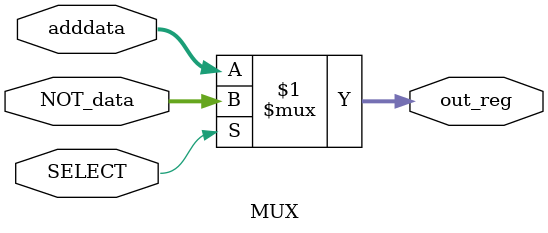
<source format=v>
`timescale 1ns / 1ps


module MUX
    # (    parameter N = 32)
    (output [N-1:0] out_reg, input [N-1:0] NOT_data, input [N-1:0] adddata, input SELECT);
    


    assign out_reg = SELECT ? NOT_data : adddata;
    
//    case(SELECT)
//        1'b0: assign out_reg = NOT_data;
//        1'b1: assign out_reg = adddata;
//        default: assign out_reg = 0;
//    endcase
    
    
endmodule

</source>
